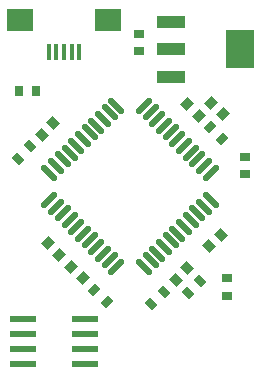
<source format=gtp>
G04 Layer_Color=8421504*
%FSLAX25Y25*%
%MOIN*%
G70*
G01*
G75*
%ADD10R,0.09449X0.03937*%
%ADD11R,0.09449X0.12992*%
%ADD12R,0.08661X0.02362*%
G04:AMPARAMS|DCode=13|XSize=21.65mil|YSize=68.9mil|CornerRadius=0mil|HoleSize=0mil|Usage=FLASHONLY|Rotation=135.000|XOffset=0mil|YOffset=0mil|HoleType=Round|Shape=Round|*
%AMOVALD13*
21,1,0.04724,0.02165,0.00000,0.00000,225.0*
1,1,0.02165,0.01670,0.01670*
1,1,0.02165,-0.01670,-0.01670*
%
%ADD13OVALD13*%

G04:AMPARAMS|DCode=14|XSize=21.65mil|YSize=68.9mil|CornerRadius=0mil|HoleSize=0mil|Usage=FLASHONLY|Rotation=225.000|XOffset=0mil|YOffset=0mil|HoleType=Round|Shape=Round|*
%AMOVALD14*
21,1,0.04724,0.02165,0.00000,0.00000,315.0*
1,1,0.02165,-0.01670,0.01670*
1,1,0.02165,0.01670,-0.01670*
%
%ADD14OVALD14*%

G04:AMPARAMS|DCode=15|XSize=35.43mil|YSize=27.56mil|CornerRadius=0mil|HoleSize=0mil|Usage=FLASHONLY|Rotation=315.000|XOffset=0mil|YOffset=0mil|HoleType=Round|Shape=Rectangle|*
%AMROTATEDRECTD15*
4,1,4,-0.02227,0.00278,-0.00278,0.02227,0.02227,-0.00278,0.00278,-0.02227,-0.02227,0.00278,0.0*
%
%ADD15ROTATEDRECTD15*%

G04:AMPARAMS|DCode=16|XSize=35.43mil|YSize=27.56mil|CornerRadius=0mil|HoleSize=0mil|Usage=FLASHONLY|Rotation=45.000|XOffset=0mil|YOffset=0mil|HoleType=Round|Shape=Rectangle|*
%AMROTATEDRECTD16*
4,1,4,-0.00278,-0.02227,-0.02227,-0.00278,0.00278,0.02227,0.02227,0.00278,-0.00278,-0.02227,0.0*
%
%ADD16ROTATEDRECTD16*%

%ADD17R,0.03543X0.02756*%
%ADD18R,0.09055X0.07480*%
%ADD19R,0.01575X0.05512*%
%ADD20R,0.03150X0.03543*%
%ADD21R,0.03543X0.03150*%
G04:AMPARAMS|DCode=22|XSize=35.43mil|YSize=31.5mil|CornerRadius=0mil|HoleSize=0mil|Usage=FLASHONLY|Rotation=225.000|XOffset=0mil|YOffset=0mil|HoleType=Round|Shape=Rectangle|*
%AMROTATEDRECTD22*
4,1,4,0.00139,0.02366,0.02366,0.00139,-0.00139,-0.02366,-0.02366,-0.00139,0.00139,0.02366,0.0*
%
%ADD22ROTATEDRECTD22*%

G04:AMPARAMS|DCode=23|XSize=35.43mil|YSize=31.5mil|CornerRadius=0mil|HoleSize=0mil|Usage=FLASHONLY|Rotation=315.000|XOffset=0mil|YOffset=0mil|HoleType=Round|Shape=Rectangle|*
%AMROTATEDRECTD23*
4,1,4,-0.02366,0.00139,-0.00139,0.02366,0.02366,-0.00139,0.00139,-0.02366,-0.02366,0.00139,0.0*
%
%ADD23ROTATEDRECTD23*%

D10*
X353576Y678234D02*
D03*
Y669179D02*
D03*
Y660124D02*
D03*
D11*
X376411Y669179D02*
D03*
D12*
X324830Y564179D02*
D03*
Y569179D02*
D03*
Y574179D02*
D03*
Y579179D02*
D03*
X304358Y564179D02*
D03*
Y569179D02*
D03*
Y574179D02*
D03*
Y579179D02*
D03*
D13*
X335307Y596691D02*
D03*
X333080Y598918D02*
D03*
X330853Y601145D02*
D03*
X328626Y603372D02*
D03*
X326399Y605599D02*
D03*
X324172Y607826D02*
D03*
X321945Y610053D02*
D03*
X319718Y612280D02*
D03*
X317491Y614507D02*
D03*
X315263Y616735D02*
D03*
X313036Y618962D02*
D03*
X344494Y650420D02*
D03*
X346721Y648193D02*
D03*
X348948Y645965D02*
D03*
X351175Y643738D02*
D03*
X353403Y641511D02*
D03*
X355630Y639284D02*
D03*
X357857Y637057D02*
D03*
X360084Y634830D02*
D03*
X362311Y632603D02*
D03*
X364538Y630376D02*
D03*
X366765Y628149D02*
D03*
D14*
X313036D02*
D03*
X315263Y630376D02*
D03*
X317491Y632603D02*
D03*
X319718Y634830D02*
D03*
X321945Y637057D02*
D03*
X324172Y639284D02*
D03*
X326399Y641511D02*
D03*
X328626Y643738D02*
D03*
X330853Y645965D02*
D03*
X333080Y648193D02*
D03*
X335307Y650420D02*
D03*
X366765Y618962D02*
D03*
X364538Y616735D02*
D03*
X362311Y614507D02*
D03*
X360084Y612280D02*
D03*
X357857Y610053D02*
D03*
X355630Y607826D02*
D03*
X353403Y605599D02*
D03*
X351175Y603372D02*
D03*
X348948Y601145D02*
D03*
X346721Y598918D02*
D03*
X344494Y596691D02*
D03*
D15*
X306682Y636867D02*
D03*
X302506Y632691D02*
D03*
X363282Y592167D02*
D03*
X359106Y587991D02*
D03*
X351082Y588367D02*
D03*
X346906Y584191D02*
D03*
D16*
X366506Y643367D02*
D03*
X370682Y639191D02*
D03*
X327906Y589167D02*
D03*
X332082Y584991D02*
D03*
D17*
X372194Y592932D02*
D03*
Y587026D02*
D03*
D18*
X332658Y678868D02*
D03*
X303130D02*
D03*
D19*
X312776Y668435D02*
D03*
X315335D02*
D03*
X317894D02*
D03*
X320453D02*
D03*
X323012D02*
D03*
D20*
X308450Y655479D02*
D03*
X302938D02*
D03*
D21*
X378194Y627723D02*
D03*
Y633235D02*
D03*
X342994Y674335D02*
D03*
Y668823D02*
D03*
D22*
X324142Y592930D02*
D03*
X320245Y596828D02*
D03*
X362742Y647130D02*
D03*
X358845Y651027D02*
D03*
X312445Y604628D02*
D03*
X316342Y600730D02*
D03*
X370842Y647530D02*
D03*
X366945Y651428D02*
D03*
D23*
X314342Y644527D02*
D03*
X310445Y640630D02*
D03*
X366245Y603530D02*
D03*
X370142Y607428D02*
D03*
X358942Y596228D02*
D03*
X355045Y592330D02*
D03*
M02*

</source>
